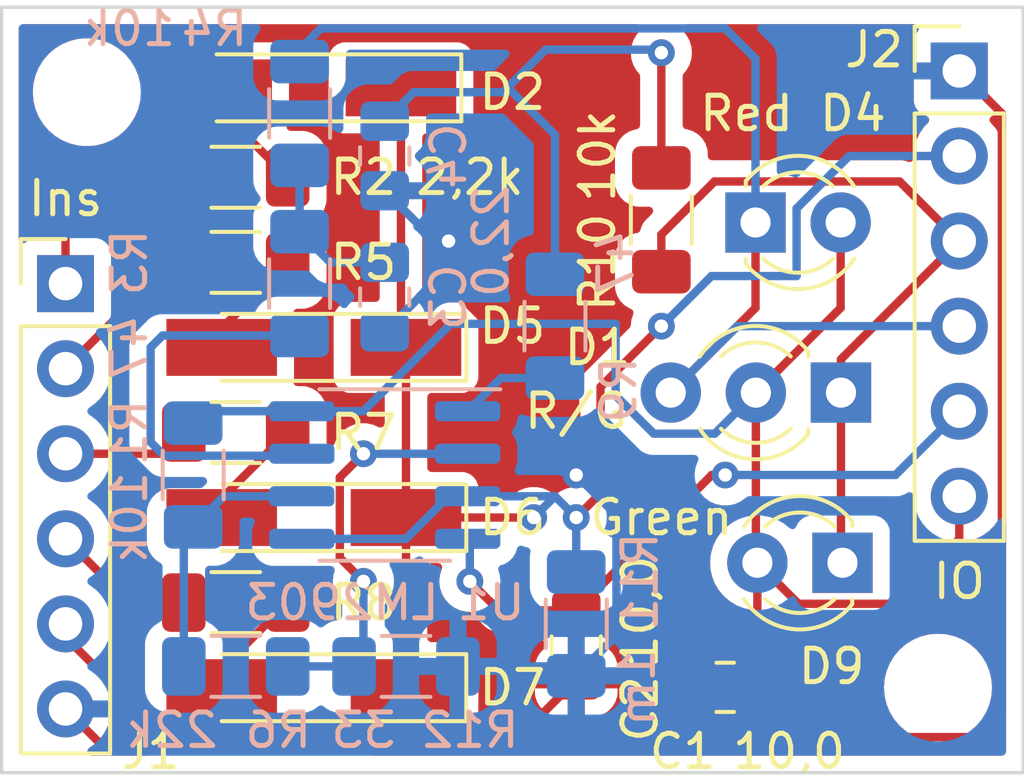
<source format=kicad_pcb>
(kicad_pcb (version 20211014) (generator pcbnew)
  (layers (0 "F.Cu" signal) (31 "B.Cu" signal) (34 "B.Paste" user) (35 "F.Paste" user) (36 "B.SilkS" user "B.Silkscreen") (37 "F.SilkS" user "F.Silkscreen") (38 "B.Mask" user) (39 "F.Mask" user) (44 "Edge.Cuts" user))
  (net 0 "")
  (net 1 "GND")
  (net 2 "Net-(C1-Pad2)")
  (net 3 "Net-(C2-Pad1)")
  (net 4 "Net-(C3-Pad1)")
  (net 5 "Net-(C4-Pad1)")
  (net 6 "Net-(D1-Pad1)")
  (net 7 "Net-(D1-Pad3)")
  (net 8 "Net-(D2-Pad1)")
  (net 9 "Net-(D2-Pad2)")
  (net 10 "Net-(R3-Pad2)")
  (net 11 "Net-(R9-Pad2)")
  (net 12 "Net-(D5-Pad2)")
  (net 13 "Net-(D6-Pad2)")
  (net 14 "Net-(D7-Pad2)")
  (net 15 "Net-(J1-Pad1)")
  (net 16 "Net-(J1-Pad2)")
  (net 17 "Net-(J1-Pad3)")
  (net 18 "Net-(J1-Pad4)")
  (net 19 "Net-(R1-Pad2)")
  (net 20 "Net-(R12-Pad1)")
  (footprint "Resistor_SMD:R_1206_3216Metric_Pad1.30x1.75mm_HandSolder" (layer "F.Cu") (at 107.95 40.64 -90)
    (fp_text reference "R10" (at 1.27 1.905 90) (layer "F.SilkS"))
    (fp_text value "10k" (at -1.905 1.905 90) (layer "F.SilkS"))
    (fp_line (start -0.727064 0.91) (end 0.727064 0.91) (layer "F.SilkS") (width 0.12))
    (fp_line (start -0.727064 -0.91) (end 0.727064 -0.91) (layer "F.SilkS") (width 0.12))
    (pad "1" smd roundrect (at -1.55 0 270) (size 1.3 1.75) (layers "F.Cu" "F.Paste" "F.Mask") (roundrect_rratio 0.192308) (net 5 "Net-(C4-Pad1)"))
    (pad "2" smd roundrect (at 1.55 0 270) (size 1.3 1.75) (layers "F.Cu" "F.Paste" "F.Mask") (roundrect_rratio 0.192308) (net 6 "Net-(D1-Pad1)"))
  )
  (footprint "Diode_SMD:D_MiniMELF_Handsoldering" (layer "F.Cu") (at 97.58 49.53 180)
    (fp_text reference "D6" (at -5.925 0) (layer "F.SilkS"))
    (fp_text value "D" hide)
    (fp_line (start 2.75 -1) (end -4.55 -1) (layer "F.SilkS") (width 0.12))
    (fp_line (start -4.55 1) (end 2.75 1) (layer "F.SilkS") (width 0.12))
    (fp_line (start -4.55 -1) (end -4.55 1) (layer "F.SilkS") (width 0.12))
    (pad "1" smd rect (at -2.75 0 180) (size 3.3 1.7) (layers "F.Cu" "F.Paste" "F.Mask") (net 8 "Net-(D2-Pad1)"))
    (pad "2" smd rect (at 2.75 0 180) (size 3.3 1.7) (layers "F.Cu" "F.Paste" "F.Mask") (net 13 "Net-(D6-Pad2)"))
  )
  (footprint "Resistor_SMD:R_1206_3216Metric_Pad1.30x1.75mm_HandSolder" (layer "F.Cu") (at 95.25 41.91 180)
    (fp_text reference "R5" (at -3.81 0) (layer "F.SilkS"))
    (fp_text value "2,2k")
    (fp_line (start -0.727064 -0.91) (end 0.727064 -0.91) (layer "F.SilkS") (width 0.12))
    (fp_line (start -0.727064 0.91) (end 0.727064 0.91) (layer "F.SilkS") (width 0.12))
    (pad "1" smd roundrect (at -1.55 0 180) (size 1.3 1.75) (layers "F.Cu" "F.Paste" "F.Mask") (roundrect_rratio 0.192308) (net 12 "Net-(D5-Pad2)"))
    (pad "2" smd roundrect (at 1.55 0 180) (size 1.3 1.75) (layers "F.Cu" "F.Paste" "F.Mask") (roundrect_rratio 0.192308) (net 16 "Net-(J1-Pad2)"))
  )
  (footprint "Diode_SMD:D_MiniMELF_Handsoldering" (layer "F.Cu") (at 97.43 36.7 180)
    (fp_text reference "D2" (at -6.075 -0.13) (layer "F.SilkS"))
    (fp_text value "D" hide)
    (fp_line (start -4.55 -1) (end -4.55 1) (layer "F.SilkS") (width 0.12))
    (fp_line (start 2.75 -1) (end -4.55 -1) (layer "F.SilkS") (width 0.12))
    (fp_line (start -4.55 1) (end 2.75 1) (layer "F.SilkS") (width 0.12))
    (pad "1" smd rect (at -2.75 0 180) (size 3.3 1.7) (layers "F.Cu" "F.Paste" "F.Mask") (net 8 "Net-(D2-Pad1)"))
    (pad "2" smd rect (at 2.75 0 180) (size 3.3 1.7) (layers "F.Cu" "F.Paste" "F.Mask") (net 9 "Net-(D2-Pad2)"))
  )
  (footprint "Diode_SMD:D_MiniMELF_Handsoldering" (layer "F.Cu") (at 97.58 54.61 180)
    (fp_text reference "D7" (at -5.925 0) (layer "F.SilkS"))
    (fp_text value "D" hide)
    (fp_line (start -4.55 1) (end 2.75 1) (layer "F.SilkS") (width 0.12))
    (fp_line (start -4.55 -1) (end -4.55 1) (layer "F.SilkS") (width 0.12))
    (fp_line (start 2.75 -1) (end -4.55 -1) (layer "F.SilkS") (width 0.12))
    (pad "1" smd rect (at -2.75 0 180) (size 3.3 1.7) (layers "F.Cu" "F.Paste" "F.Mask") (net 8 "Net-(D2-Pad1)"))
    (pad "2" smd rect (at 2.75 0 180) (size 3.3 1.7) (layers "F.Cu" "F.Paste" "F.Mask") (net 14 "Net-(D7-Pad2)"))
  )
  (footprint "Resistor_SMD:R_1206_3216Metric_Pad1.30x1.75mm_HandSolder" (layer "F.Cu") (at 95.25 46.99 180)
    (fp_text reference "R7" (at -3.81 0) (layer "F.SilkS"))
    (fp_text value "2,2k")
    (fp_line (start -0.727064 0.91) (end 0.727064 0.91) (layer "F.SilkS") (width 0.12))
    (fp_line (start -0.727064 -0.91) (end 0.727064 -0.91) (layer "F.SilkS") (width 0.12))
    (pad "1" smd roundrect (at -1.55 0 180) (size 1.3 1.75) (layers "F.Cu" "F.Paste" "F.Mask") (roundrect_rratio 0.192308) (net 13 "Net-(D6-Pad2)"))
    (pad "2" smd roundrect (at 1.55 0 180) (size 1.3 1.75) (layers "F.Cu" "F.Paste" "F.Mask") (roundrect_rratio 0.192308) (net 17 "Net-(J1-Pad3)"))
  )
  (footprint "LED_THT:LED_D3.0mm" (layer "F.Cu") (at 110.76 40.72)
    (fp_text reference "D4" (at 2.905 -3.255) (layer "F.SilkS"))
    (fp_text value "Red" (at -0.27 -3.255) (layer "F.SilkS"))
    (fp_line (start -0.29 1.08) (end -0.29 1.236) (layer "F.SilkS") (width 0.12))
    (fp_line (start -0.29 -1.236) (end -0.29 -1.08) (layer "F.SilkS") (width 0.12))
    (fp_arc (start -0.29 -1.235516) (mid 1.366487 -1.987659) (end 2.942335 -1.078608) (layer "F.SilkS") (width 0.12))
    (fp_arc (start 2.942335 1.078608) (mid 1.366487 1.987659) (end -0.29 1.235516) (layer "F.SilkS") (width 0.12))
    (fp_arc (start 0.229039 -1.08) (mid 1.270117 -1.5) (end 2.31113 -1.079837) (layer "F.SilkS") (width 0.12))
    (fp_arc (start 2.31113 1.079837) (mid 1.270117 1.5) (end 0.229039 1.08) (layer "F.SilkS") (width 0.12))
    (pad "1" thru_hole rect (at 0 0) (size 1.8 1.8) (drill 0.9) (layers *.Cu *.Mask) (net 7 "Net-(D1-Pad3)"))
    (pad "2" thru_hole circle (at 2.54 0) (size 1.8 1.8) (drill 0.9) (layers *.Cu *.Mask) (net 2 "Net-(C1-Pad2)"))
  )
  (footprint "Capacitor_SMD:C_0805_2012Metric_Pad1.18x1.45mm_HandSolder" (layer "F.Cu") (at 105.41 53.34 -90)
    (fp_text reference "C2" (at 1.905 -1.905 90) (layer "F.SilkS"))
    (fp_text value "10,0" (at -1 -1.905 90) (layer "F.SilkS"))
    (fp_line (start -0.261252 -0.735) (end 0.261252 -0.735) (layer "F.SilkS") (width 0.12))
    (fp_line (start -0.261252 0.735) (end 0.261252 0.735) (layer "F.SilkS") (width 0.12))
    (pad "1" smd roundrect (at -1.0375 0 270) (size 1.175 1.45) (layers "F.Cu" "F.Paste" "F.Mask") (roundrect_rratio 0.212766) (net 3 "Net-(C2-Pad1)"))
    (pad "2" smd roundrect (at 1.0375 0 270) (size 1.175 1.45) (layers "F.Cu" "F.Paste" "F.Mask") (roundrect_rratio 0.212766) (net 1 "GND"))
  )
  (footprint "Resistor_SMD:R_1206_3216Metric_Pad1.30x1.75mm_HandSolder" (layer "F.Cu") (at 95.25 52.07 180)
    (fp_text reference "R8" (at -3.81 0) (layer "F.SilkS"))
    (fp_text value "2,2k")
    (fp_line (start -0.727064 0.91) (end 0.727064 0.91) (layer "F.SilkS") (width 0.12))
    (fp_line (start -0.727064 -0.91) (end 0.727064 -0.91) (layer "F.SilkS") (width 0.12))
    (pad "1" smd roundrect (at -1.55 0 180) (size 1.3 1.75) (layers "F.Cu" "F.Paste" "F.Mask") (roundrect_rratio 0.192308) (net 14 "Net-(D7-Pad2)"))
    (pad "2" smd roundrect (at 1.55 0 180) (size 1.3 1.75) (layers "F.Cu" "F.Paste" "F.Mask") (roundrect_rratio 0.192308) (net 18 "Net-(J1-Pad4)"))
  )
  (footprint "MountingHole:MountingHole_2.2mm_M2" (layer "F.Cu") (at 116.205 54.61)
    (fp_text reference "H2" hide)
    (fp_text value "MountingHole" hide)
    (pad "" np_thru_hole circle (at 0 0) (size 2.2 2.2) (drill 2.2) (layers *.Cu *.Mask))
  )
  (footprint "Connector_PinHeader_2.54mm:PinHeader_1x06_P2.54mm_Vertical" (layer "F.Cu") (at 116.84 36.195)
    (fp_text reference "J2" (at -2.54 -0.635) (layer "F.SilkS"))
    (fp_text value "IO" (at 0 15.24) (layer "F.SilkS"))
    (fp_line (start -1.33 14.03) (end 1.33 14.03) (layer "F.SilkS") (width 0.12))
    (fp_line (start -1.33 0) (end -1.33 -1.33) (layer "F.SilkS") (width 0.12))
    (fp_line (start -1.33 1.27) (end -1.33 14.03) (layer "F.SilkS") (width 0.12))
    (fp_line (start 1.33 1.27) (end 1.33 14.03) (layer "F.SilkS") (width 0.12))
    (fp_line (start -1.33 1.27) (end 1.33 1.27) (layer "F.SilkS") (width 0.12))
    (fp_line (start -1.33 -1.33) (end 0 -1.33) (layer "F.SilkS") (width 0.12))
    (pad "1" thru_hole rect (at 0 0) (size 1.7 1.7) (drill 1) (layers *.Cu *.Mask) (net 1 "GND"))
    (pad "2" thru_hole oval (at 0 2.54) (size 1.7 1.7) (drill 1) (layers *.Cu *.Mask) (net 8 "Net-(D2-Pad1)"))
    (pad "3" thru_hole oval (at 0 5.08) (size 1.7 1.7) (drill 1) (layers *.Cu *.Mask) (net 6 "Net-(D1-Pad1)"))
    (pad "4" thru_hole oval (at 0 7.62) (size 1.7 1.7) (drill 1) (layers *.Cu *.Mask) (net 7 "Net-(D1-Pad3)"))
    (pad "5" thru_hole oval (at 0 10.16) (size 1.7 1.7) (drill 1) (layers *.Cu *.Mask) (net 3 "Net-(C2-Pad1)"))
    (pad "6" thru_hole oval (at 0 12.7) (size 1.7 1.7) (drill 1) (layers *.Cu *.Mask) (net 2 "Net-(C1-Pad2)"))
  )
  (footprint "Diode_SMD:D_MiniMELF_Handsoldering" (layer "F.Cu") (at 97.58 44.45 180)
    (fp_text reference "D5" (at -5.925 0.635) (layer "F.SilkS"))
    (fp_text value "D" hide)
    (fp_line (start 2.75 -1) (end -4.55 -1) (layer "F.SilkS") (width 0.12))
    (fp_line (start -4.55 1) (end 2.75 1) (layer "F.SilkS") (width 0.12))
    (fp_line (start -4.55 -1) (end -4.55 1) (layer "F.SilkS") (width 0.12))
    (pad "1" smd rect (at -2.75 0 180) (size 3.3 1.7) (layers "F.Cu" "F.Paste" "F.Mask") (net 8 "Net-(D2-Pad1)"))
    (pad "2" smd rect (at 2.75 0 180) (size 3.3 1.7) (layers "F.Cu" "F.Paste" "F.Mask") (net 12 "Net-(D5-Pad2)"))
  )
  (footprint "Capacitor_SMD:C_0805_2012Metric_Pad1.18x1.45mm_HandSolder" (layer "F.Cu") (at 109.855 54.6)
    (fp_text reference "C1" (at -1.27 1.915) (layer "F.SilkS"))
    (fp_text value "10,0" (at 1.905 1.915) (layer "F.SilkS"))
    (fp_line (start -0.261252 0.735) (end 0.261252 0.735) (layer "F.SilkS") (width 0.12))
    (fp_line (start -0.261252 -0.735) (end 0.261252 -0.735) (layer "F.SilkS") (width 0.12))
    (pad "1" smd roundrect (at -1.0375 0) (size 1.175 1.45) (layers "F.Cu" "F.Paste" "F.Mask") (roundrect_rratio 0.212766) (net 1 "GND"))
    (pad "2" smd roundrect (at 1.0375 0) (size 1.175 1.45) (layers "F.Cu" "F.Paste" "F.Mask") (roundrect_rratio 0.212766) (net 2 "Net-(C1-Pad2)"))
  )
  (footprint "Connector_PinHeader_2.54mm:PinHeader_1x06_P2.54mm_Vertical" (layer "F.Cu") (at 90.17 42.545)
    (fp_text reference "J1" (at 2.54 13.97) (layer "F.SilkS"))
    (fp_text value "Ins" (at 0 -2.54) (layer "F.SilkS"))
    (fp_line (start -1.33 -1.33) (end 0 -1.33) (layer "F.SilkS") (width 0.12))
    (fp_line (start -1.33 14.03) (end 1.33 14.03) (layer "F.SilkS") (width 0.12))
    (fp_line (start -1.33 1.27) (end -1.33 14.03) (layer "F.SilkS") (width 0.12))
    (fp_line (start -1.33 0) (end -1.33 -1.33) (layer "F.SilkS") (width 0.12))
    (fp_line (start 1.33 1.27) (end 1.33 14.03) (layer "F.SilkS") (width 0.12))
    (fp_line (start -1.33 1.27) (end 1.33 1.27) (layer "F.SilkS") (width 0.12))
    (pad "1" thru_hole rect (at 0 0) (size 1.7 1.7) (drill 1) (layers *.Cu *.Mask) (net 15 "Net-(J1-Pad1)"))
    (pad "2" thru_hole oval (at 0 2.54) (size 1.7 1.7) (drill 1) (layers *.Cu *.Mask) (net 16 "Net-(J1-Pad2)"))
    (pad "3" thru_hole oval (at 0 5.08) (size 1.7 1.7) (drill 1) (layers *.Cu *.Mask) (net 17 "Net-(J1-Pad3)"))
    (pad "4" thru_hole oval (at 0 7.62) (size 1.7 1.7) (drill 1) (layers *.Cu *.Mask) (net 18 "Net-(J1-Pad4)"))
    (pad "5" thru_hole oval (at 0 10.16) (size 1.7 1.7) (drill 1) (layers *.Cu *.Mask) (net 8 "Net-(D2-Pad1)"))
    (pad "6" thru_hole oval (at 0 12.7) (size 1.7 1.7) (drill 1) (layers *.Cu *.Mask) (net 1 "GND"))
  )
  (footprint "LED_THT:LED_D3.0mm-3" (layer "F.Cu") (at 113.31 45.8 180)
    (fp_text reference "D1" (at 7.265 1.35) (layer "F.SilkS"))
    (fp_text value "R/G" (at 7.9 -0.555) (layer "F.SilkS"))
    (fp_line (start 0.98 1.08) (end 0.98 1.236) (layer "F.SilkS") (width 0.12))
    (fp_line (start 0.98 -1.236) (end 0.98 -1.08) (layer "F.SilkS") (width 0.12))
    (fp_arc (start 3.58113 1.079837) (mid 2.540117 1.5) (end 1.499039 1.08) (layer "F.SilkS") (width 0.12))
    (fp_arc (start 1.499039 -1.08) (mid 2.540117 -1.5) (end 3.58113 -1.079837) (layer "F.SilkS") (width 0.12))
    (fp_arc (start 4.212335 1.078608) (mid 2.636487 1.987659) (end 0.98 1.235516) (layer "F.SilkS") (width 0.12))
    (fp_arc (start 0.98 -1.235516) (mid 2.636487 -1.987659) (end 4.212335 -1.078608) (layer "F.SilkS") (width 0.12))
    (pad "1" thru_hole rect (at 0 0 180) (size 1.8 1.8) (drill 0.9) (layers *.Cu *.Mask) (net 6 "Net-(D1-Pad1)"))
    (pad "2" thru_hole circle (at 2.54 0 180) (size 1.8 1.8) (drill 0.9) (layers *.Cu *.Mask) (net 2 "Net-(C1-Pad2)"))
    (pad "3" thru_hole circle (at 5.08 0 180) (size 1.8 1.8) (drill 0.9) (layers *.Cu *.Mask) (net 7 "Net-(D1-Pad3)"))
  )
  (footprint "Resistor_SMD:R_1206_3216Metric_Pad1.30x1.75mm_HandSolder" (layer "F.Cu") (at 95.25 39.37 180)
    (fp_text reference "R2" (at -3.81 0) (layer "F.SilkS"))
    (fp_text value "2,2k" (at -6.985 0) (layer "F.SilkS"))
    (fp_line (start -0.727064 0.91) (end 0.727064 0.91) (layer "F.SilkS") (width 0.12))
    (fp_line (start -0.727064 -0.91) (end 0.727064 -0.91) (layer "F.SilkS") (width 0.12))
    (pad "1" smd roundrect (at -1.55 0 180) (size 1.3 1.75) (layers "F.Cu" "F.Paste" "F.Mask") (roundrect_rratio 0.192308) (net 9 "Net-(D2-Pad2)"))
    (pad "2" smd roundrect (at 1.55 0 180) (size 1.3 1.75) (layers "F.Cu" "F.Paste" "F.Mask") (roundrect_rratio 0.192308) (net 15 "Net-(J1-Pad1)"))
  )
  (footprint "MountingHole:MountingHole_2.2mm_M2" (layer "F.Cu") (at 90.805 36.83)
    (fp_text reference "H1" hide)
    (fp_text value "MountingHole" hide)
    (pad "" np_thru_hole circle (at 0 0) (size 2.2 2.2) (drill 2.2) (layers *.Cu *.Mask))
  )
  (footprint "LED_THT:LED_D3.0mm" (layer "F.Cu") (at 113.355 50.88 180)
    (fp_text reference "D9" (at 0.325 -3.095) (layer "F.SilkS"))
    (fp_text value "Green" (at 5.405 1.35) (layer "F.SilkS"))
    (fp_line (start -0.29 1.08) (end -0.29 1.236) (layer "F.SilkS") (width 0.12))
    (fp_line (start -0.29 -1.236) (end -0.29 -1.08) (layer "F.SilkS") (width 0.12))
    (fp_arc (start 2.31113 1.079837) (mid 1.270117 1.5) (end 0.229039 1.08) (layer "F.SilkS") (width 0.12))
    (fp_arc (start -0.29 -1.235516) (mid 1.366487 -1.987659) (end 2.942335 -1.078608) (layer "F.SilkS") (width 0.12))
    (fp_arc (start 0.229039 -1.08) (mid 1.270117 -1.5) (end 2.31113 -1.079837) (layer "F.SilkS") (width 0.12))
    (fp_arc (start 2.942335 1.078608) (mid 1.366487 1.987659) (end -0.29 1.235516) (layer "F.SilkS") (width 0.12))
    (pad "1" thru_hole rect (at 0 0 180) (size 1.8 1.8) (drill 0.9) (layers *.Cu *.Mask) (net 6 "Net-(D1-Pad1)"))
    (pad "2" thru_hole circle (at 2.54 0 180) (size 1.8 1.8) (drill 0.9) (layers *.Cu *.Mask) (net 2 "Net-(C1-Pad2)"))
  )
  (footprint "Capacitor_SMD:C_0805_2012Metric_Pad1.18x1.45mm_HandSolder" (layer "B.Cu") (at 99.695 42.9475 -90)
    (fp_text reference "C3" (at 0 -1.905 90) (layer "B.SilkS") (effects (justify mirror)))
    (fp_text value "22,0" (at -1.6725 -3.175 90) (layer "B.SilkS") (effects (justify mirror)))
    (fp_line (start -0.261252 0.735) (end 0.261252 0.735) (layer "B.SilkS") (width 0.12))
    (fp_line (start -0.261252 -0.735) (end 0.261252 -0.735) (layer "B.SilkS") (width 0.12))
    (pad "1" smd roundrect (at -1.0375 0 270) (size 1.175 1.45) (layers "B.Cu" "B.Paste" "B.Mask") (roundrect_rratio 0.212766) (net 4 "Net-(C3-Pad1)"))
    (pad "2" smd roundrect (at 1.0375 0 270) (size 1.175 1.45) (layers "B.Cu" "B.Paste" "B.Mask") (roundrect_rratio 0.212766) (net 1 "GND"))
  )
  (footprint "Resistor_SMD:R_1206_3216Metric_Pad1.30x1.75mm_HandSolder" (layer "B.Cu") (at 93.98 48.26 -90)
    (fp_text reference "R1" (at -1.27 1.905 -90) (layer "B.SilkS") (effects (justify mirror)))
    (fp_text value "10k" (at 1.27 1.905 90) (layer "B.SilkS") (effects (justify mirror)))
    (fp_line (start -0.727064 0.91) (end 0.727064 0.91) (layer "B.SilkS") (width 0.12))
    (fp_line (start -0.727064 -0.91) (end 0.727064 -0.91) (layer "B.SilkS") (width 0.12))
    (pad "1" smd roundrect (at -1.55 0 270) (size 1.3 1.75) (layers "B.Cu" "B.Paste" "B.Mask") (roundrect_rratio 0.192308) (net 2 "Net-(C1-Pad2)"))
    (pad "2" smd roundrect (at 1.55 0 270) (size 1.3 1.75) (layers "B.Cu" "B.Paste" "B.Mask") (roundrect_rratio 0.192308) (net 19 "Net-(R1-Pad2)"))
  )
  (footprint "Resistor_SMD:R_1206_3216Metric_Pad1.30x1.75mm_HandSolder" (layer "B.Cu") (at 100.33 53.975)
    (fp_text reference "R12" (at 1.905 1.905) (layer "B.SilkS") (effects (justify mirror)))
    (fp_text value "33" (at -1.27 1.905) (layer "B.SilkS") (effects (justify mirror)))
    (fp_line (start -0.727064 0.91) (end 0.727064 0.91) (layer "B.SilkS") (width 0.12))
    (fp_line (start -0.727064 -0.91) (end 0.727064 -0.91) (layer "B.SilkS") (width 0.12))
    (pad "1" smd roundrect (at -1.55 0) (size 1.3 1.75) (layers "B.Cu" "B.Paste" "B.Mask") (roundrect_rratio 0.192308) (net 20 "Net-(R12-Pad1)"))
    (pad "2" smd roundrect (at 1.55 0) (size 1.3 1.75) (layers "B.Cu" "B.Paste" "B.Mask") (roundrect_rratio 0.192308) (net 1 "GND"))
  )
  (footprint "Package_SO:SOIC-8_3.9x4.9mm_P1.27mm" (layer "B.Cu") (at 99.695 48.26 180)
    (fp_text reference "U1" (at -3.175 -3.81) (layer "B.SilkS") (effects (justify mirror)))
    (fp_text value "LM2903" (at 1.27 -3.81) (layer "B.SilkS") (effects (justify mirror)))
    (fp_line (start 0 -2.56) (end 1.95 -2.56) (layer "B.SilkS") (width 0.12))
    (fp_line (start 0 2.56) (end -3.45 2.56) (layer "B.SilkS") (width 0.12))
    (fp_line (start 0 2.56) (end 1.95 2.56) (layer "B.SilkS") (width 0.12))
    (fp_line (start 0 -2.56) (end -1.95 -2.56) (layer "B.SilkS") (width 0.12))
    (pad "1" smd roundrect (at -2.475 1.905 180) (size 1.95 0.6) (layers "B.Cu" "B.Paste" "B.Mask") (net 11 "Net-(R9-Pad2)"))
    (pad "2" smd roundrect (at -2.475 0.635 180) (size 1.95 0.6) (layers "B.Cu" "B.Paste" "B.Mask") (net 20 "Net-(R12-Pad1)"))
    (pad "3" smd roundrect (at -2.475 -0.635 180) (size 1.95 0.6) (layers "B.Cu" "B.Paste" "B.Mask") (net 8 "Net-(D2-Pad1)"))
    (pad "4" smd roundrect (at -2.475 -1.905 180) (size 1.95 0.6) (layers "B.Cu" "B.Paste" "B.Mask") (net 3 "Net-(C2-Pad1)"))
    (pad "5" smd roundrect (at 2.475 -1.905 180) (size 1.95 0.6) (layers "B.Cu" "B.Paste" "B.Mask") (net 8 "Net-(D2-Pad1)"))
    (pad "6" smd roundrect (at 2.475 -0.635 180) (size 1.95 0.6) (layers "B.Cu" "B.Paste" "B.Mask") (net 19 "Net-(R1-Pad2)"))
    (pad "7" smd roundrect (at 2.475 0.635 180) (size 1.95 0.6) (layers "B.Cu" "B.Paste" "B.Mask") (net 10 "Net-(R3-Pad2)"))
    (pad "8" smd roundrect (at 2.475 1.905 180) (size 1.95 0.6) (layers "B.Cu" "B.Paste" "B.Mask") (net 2 "Net-(C1-Pad2)"))
  )
  (footprint "Resistor_SMD:R_1206_3216Metric_Pad1.30x1.75mm_HandSolder" (layer "B.Cu") (at 97.155 37.465 90)
    (fp_text reference "R4" (at 2.54 -2.54 180) (layer "B.SilkS") (effects (justify mirror)))
    (fp_text value "10k" (at 2.54 -5.08 180) (layer "B.SilkS") (effects (justify mirror)))
    (fp_line (start -0.727064 0.91) (end 0.727064 0.91) (layer "B.SilkS") (width 0.12))
    (fp_line (start -0.727064 -0.91) (end 0.727064 -0.91) (layer "B.SilkS") (width 0.12))
    (pad "1" smd roundrect (at -1.55 0 90) (size 1.3 1.75) (layers "B.Cu" "B.Paste" "B.Mask") (roundrect_rratio 0.192308) (net 4 "Net-(C3-Pad1)"))
    (pad "2" smd roundrect (at 1.55 0 90) (size 1.3 1.75) (layers "B.Cu" "B.Paste" "B.Mask") (roundrect_rratio 0.192308) (net 7 "Net-(D1-Pad3)"))
  )
  (footprint "Capacitor_SMD:C_0805_2012Metric_Pad1.18x1.45mm_HandSolder" (layer "B.Cu") (at 99.695 38.735 -90)
    (fp_text reference "C4" (at 0 -1.905 90) (layer "B.SilkS") (effects (justify mirror)))
    (fp_text value "22,0")
    (fp_line (start -0.261252 0.735) (end 0.261252 0.735) (layer "B.SilkS") (width 0.12))
    (fp_line (start -0.261252 -0.735) (end 0.261252 -0.735) (layer "B.SilkS") (width 0.12))
    (pad "1" smd roundrect (at -1.0375 0 270) (size 1.175 1.45) (layers "B.Cu" "B.Paste" "B.Mask") (roundrect_rratio 0.212766) (net 5 "Net-(C4-Pad1)"))
    (pad "2" smd roundrect (at 1.0375 0 270) (size 1.175 1.45) (layers "B.Cu" "B.Paste" "B.Mask") (roundrect_rratio 0.212766) (net 1 "GND"))
  )
  (footprint "Resistor_SMD:R_1206_3216Metric_Pad1.30x1.75mm_HandSolder" (layer "B.Cu") (at 105.41 52.705 -90)
    (fp_text reference "R11" (at -1.27 -1.905 90) (layer "B.SilkS") (effects (justify mirror)))
    (fp_text value "1m" (at 1.905 -1.82 90) (layer "B.SilkS") (effects (justify mirror)))
    (fp_line (start -0.727064 0.91) (end 0.727064 0.91) (layer "B.SilkS") (width 0.12))
    (fp_line (start -0.727064 -0.91) (end 0.727064 -0.91) (layer "B.SilkS") (width 0.12))
    (pad "1" smd roundrect (at -1.55 0 270) (size 1.3 1.75) (layers "B.Cu" "B.Paste" "B.Mask") (roundrect_rratio 0.192308) (net 8 "Net-(D2-Pad1)"))
    (pad "2" smd roundrect (at 1.55 0 270) (size 1.3 1.75) (layers "B.Cu" "B.Paste" "B.Mask") (roundrect_rratio 0.192308) (net 1 "GND"))
  )
  (footprint "Resistor_SMD:R_1206_3216Metric_Pad1.30x1.75mm_HandSolder" (layer "B.Cu") (at 95.25 53.975)
    (fp_text reference "R6" (at 1.27 1.905) (layer "B.SilkS") (effects (justify mirror)))
    (fp_text value "22k" (at -1.905 1.905) (layer "B.SilkS") (effects (justify mirror)))
    (fp_line (start -0.727064 -0.91) (end 0.727064 -0.91) (layer "B.SilkS") (width 0.12))
    (fp_line (start -0.727064 0.91) (end 0.727064 0.91) (layer "B.SilkS") (width 0.12))
    (pad "1" smd roundrect (at -1.55 0) (size 1.3 1.75) (layers "B.Cu" "B.Paste" "B.Mask") (roundrect_rratio 0.192308) (net 19 "Net-(R1-Pad2)"))
    (pad "2" smd roundrect (at 1.55 0) (size 1.3 1.75) (layers "B.Cu" "B.Paste" "B.Mask") (roundrect_rratio 0.192308) (net 20 "Net-(R12-Pad1)"))
  )
  (footprint "Resistor_SMD:R_1206_3216Metric_Pad1.30x1.75mm_HandSolder" (layer "B.Cu") (at 104.775 43.815 -90)
    (fp_text reference "R9" (at 1.905 -1.905 90) (layer "B.SilkS") (effects (justify mirror)))
    (fp_text value "47" (at -1.905 -1.82 90) (layer "B.SilkS") (effects (justify mirror)))
    (fp_line (start -0.727064 -0.91) (end 0.727064 -0.91) (layer "B.SilkS") (width 0.12))
    (fp_line (start -0.727064 0.91) (end 0.727064 0.91) (layer "B.SilkS") (width 0.12))
    (pad "1" smd roundrect (at -1.55 0 270) (size 1.3 1.75) (layers "B.Cu" "B.Paste" "B.Mask") (roundrect_rratio 0.192308) (net 5 "Net-(C4-Pad1)"))
    (pad "2" smd roundrect (at 1.55 0 270) (size 1.3 1.75) (layers "B.Cu" "B.Paste" "B.Mask") (roundrect_rratio 0.192308) (net 11 "Net-(R9-Pad2)"))
  )
  (footprint "Resistor_SMD:R_1206_3216Metric_Pad1.30x1.75mm_HandSolder" (layer "B.Cu") (at 97.155 42.545 -90)
    (fp_text reference "R3" (at -0.635 5.08 90) (layer "B.SilkS") (effects (justify mirror)))
    (fp_text value "47" (at 1.905 5.08 90) (layer "B.SilkS") (effects (justify mirror)))
    (fp_line (start -0.727064 0.91) (end 0.727064 0.91) (layer "B.SilkS") (width 0.12))
    (fp_line (start -0.727064 -0.91) (end 0.727064 -0.91) (layer "B.SilkS") (width 0.12))
    (pad "1" smd roundrect (at -1.55 0 270) (size 1.3 1.75) (layers "B.Cu" "B.Paste" "B.Mask") (roundrect_rratio 0.192308) (net 4 "Net-(C3-Pad1)"))
    (pad "2" smd roundrect (at 1.55 0 270) (size 1.3 1.75) (layers "B.Cu" "B.Paste" "B.Mask") (roundrect_rratio 0.192308) (net 10 "Net-(R3-Pad2)"))
  )
  (gr_rect (start 88.265 34.29) (end 118.745 57.15) (layer "Edge.Cuts") (width 0.1) (fill none))
  (segment (start 117.269999 56.085001) (end 118.11 55.245) (width 0.25) (layer "F.Cu") (net 1))
  (segment (start 103.5525 56.235) (end 105.41 54.3775) (width 0.25) (layer "F.Cu") (net 1))
  (segment (start 91.16 56.235) (end 103.5525 56.235) (width 0.25) (layer "F.Cu") (net 1))
  (segment (start 110.302501 56.085001) (end 117.269999 56.085001) (width 0.25) (layer "F.Cu") (net 1))
  (segment (start 108.8175 54.6) (end 110.302501 56.085001) (width 0.25) (layer "F.Cu") (net 1))
  (segment (start 105.41 46.38) (end 101.6 42.57) (width 0.25) (layer "F.Cu") (net 1))
  (segment (start 118.11 55.245) (end 118.11 37.465) (width 0.25) (layer "F.Cu") (net 1))
  (segment (start 118.11 37.465) (end 116.84 36.195) (width 0.25) (layer "F.Cu") (net 1))
  (segment (start 105.41 48.26) (end 105.41 46.38) (width 0.25) (layer "F.Cu") (net 1))
  (segment (start 90.17 55.245) (end 91.16 56.235) (width 0.25) (layer "F.Cu") (net 1))
  (segment (start 108.595 54.3775) (end 108.8175 54.6) (width 0.25) (layer "F.Cu") (net 1))
  (segment (start 105.41 54.3775) (end 108.595 54.3775) (width 0.25) (layer "F.Cu") (net 1))
  (segment (start 101.6 42.57) (end 101.6 41.275) (width 0.25) (layer "F.Cu") (net 1))
  (via (at 105.41 48.26) (size 0.8) (drill 0.4) (layers "F.Cu" "B.Cu") (net 1))
  (via (at 101.6 41.275) (size 0.8) (drill 0.4) (layers "F.Cu" "B.Cu") (net 1))
  (segment (start 105.41 54.255) (end 106.61 53.055) (width 0.25) (layer "B.Cu") (net 1))
  (segment (start 100.965 41.0425) (end 100.965 41.275) (width 0.25) (layer "B.Cu") (net 1))
  (segment (start 100.965 42.715) (end 99.695 43.985) (width 0.25) (layer "B.Cu") (net 1))
  (segment (start 106.61 49.46) (end 105.41 48.26) (width 0.25) (layer "B.Cu") (net 1))
  (segment (start 101.6 41.275) (end 100.965 41.275) (width 0.25) (layer "B.Cu") (net 1))
  (segment (start 100.965 41.275) (end 100.965 42.715) (width 0.25) (layer "B.Cu") (net 1))
  (segment (start 101.88 53.975) (end 105.13 53.975) (width 0.25) (layer "B.Cu") (net 1))
  (segment (start 106.61 53.055) (end 106.61 49.46) (width 0.25) (layer "B.Cu") (net 1))
  (segment (start 99.695 39.7725) (end 100.965 41.0425) (width 0.25) (layer "B.Cu") (net 1))
  (segment (start 105.13 53.975) (end 105.41 54.255) (width 0.25) (layer "B.Cu") (net 1))
  (segment (start 110.815 54.5225) (end 110.815 50.88) (width 0.25) (layer "F.Cu") (net 2))
  (segment (start 112.04 52.105) (end 114.9 52.105) (width 0.25) (layer "F.Cu") (net 2))
  (segment (start 110.815 50.88) (end 112.04 52.105) (width 0.25) (layer "F.Cu") (net 2))
  (segment (start 113.3 43.27) (end 110.77 45.8) (width 0.25) (layer "F.Cu") (net 2))
  (segment (start 110.77 45.8) (end 110.77 50.835) (width 0.25) (layer "F.Cu") (net 2))
  (segment (start 110.77 50.835) (end 110.815 50.88) (width 0.25) (layer "F.Cu") (net 2))
  (segment (start 116.84 50.165) (end 116.84 48.895) (width 0.25) (layer "F.Cu") (net 2))
  (segment (start 114.9 52.105) (end 116.84 50.165) (width 0.25) (layer "F.Cu") (net 2))
  (segment (start 113.3 40.72) (end 113.3 43.27) (width 0.25) (layer "F.Cu") (net 2))
  (segment (start 110.8925 54.6) (end 110.815 54.5225) (width 0.25) (layer "F.Cu") (net 2))
  (segment (start 106.585 43.745) (end 101.67 43.745) (width 0.25) (layer "B.Cu") (net 2))
  (segment (start 107.722588 47.025) (end 106.585 45.887412) (width 0.25) (layer "B.Cu") (net 2))
  (segment (start 99.06 46.355) (end 97.22 46.355) (width 0.25) (layer "B.Cu") (net 2))
  (segment (start 109.545 47.025) (end 107.722588 47.025) (width 0.25) (layer "B.Cu") (net 2))
  (segment (start 110.77 45.8) (end 109.545 47.025) (width 0.25) (layer "B.Cu") (net 2))
  (segment (start 94.335 46.355) (end 93.98 46.71) (width 0.25) (layer "B.Cu") (net 2))
  (segment (start 97.22 46.355) (end 94.335 46.355) (width 0.25) (layer "B.Cu") (net 2))
  (segment (start 101.67 43.745) (end 99.06 46.355) (width 0.25) (layer "B.Cu") (net 2))
  (segment (start 106.585 45.887412) (end 106.585 43.745) (width 0.25) (layer "B.Cu") (net 2))
  (segment (start 105.41 52.3025) (end 109.4525 48.26) (width 0.25) (layer "F.Cu") (net 3))
  (segment (start 109.4525 48.26) (end 109.855 48.26) (width 0.25) (layer "F.Cu") (net 3))
  (segment (start 105.41 52.3025) (end 103.1025 52.3025) (width 0.25) (layer "F.Cu") (net 3))
  (segment (start 103.1025 52.3025) (end 102.235 51.435) (width 0.25) (layer "F.Cu") (net 3))
  (via (at 102.235 51.435) (size 0.8) (drill 0.4) (layers "F.Cu" "B.Cu") (net 3))
  (via (at 109.855 48.26) (size 0.8) (drill 0.4) (layers "F.Cu" "B.Cu") (net 3))
  (segment (start 102.235 51.435) (end 102.235 50.23) (width 0.25) (layer "B.Cu") (net 3))
  (segment (start 109.855 48.26) (end 114.935 48.26) (width 0.25) (layer "B.Cu") (net 3))
  (segment (start 114.935 48.26) (end 116.84 46.355) (width 0.25) (layer "B.Cu") (net 3))
  (segment (start 102.235 50.23) (end 102.17 50.165) (width 0.25) (layer "B.Cu") (net 3))
  (segment (start 98.07 41.91) (end 97.155 40.995) (width 0.25) (layer "B.Cu") (net 4))
  (segment (start 97.155 39.015) (end 97.155 40.995) (width 0.25) (layer "B.Cu") (net 4))
  (segment (start 99.695 41.91) (end 98.07 41.91) (width 0.25) (layer "B.Cu") (net 4))
  (segment (start 107.95 39.09) (end 107.95 35.6495) (width 0.25) (layer "F.Cu") (net 5))
  (via (at 107.95 35.6495) (size 0.8) (drill 0.4) (layers "F.Cu" "B.Cu") (net 5))
  (segment (start 103.225 36.83) (end 100.5625 36.83) (width 0.25) (layer "B.Cu") (net 5))
  (segment (start 103.365 36.69) (end 104.495 35.56) (width 0.25) (layer "B.Cu") (net 5))
  (segment (start 105.41 35.56) (end 107.95 35.56) (width 0.25) (layer "B.Cu") (net 5))
  (segment (start 103.225 36.83) (end 103.365 36.69) (width 0.25) (layer "B.Cu") (net 5))
  (segment (start 107.95 35.56) (end 107.95 35.6495) (width 0.25) (layer "B.Cu") (net 5))
  (segment (start 104.495 35.56) (end 105.41 35.56) (width 0.25) (layer "B.Cu") (net 5))
  (segment (start 104.775 42.265) (end 104.775 38.1) (width 0.25) (layer "B.Cu") (net 5))
  (segment (start 100.5625 36.83) (end 99.695 37.6975) (width 0.25) (layer "B.Cu") (net 5))
  (segment (start 104.775 38.1) (end 103.365 36.69) (width 0.25) (layer "B.Cu") (net 5))
  (segment (start 113.31 45.8) (end 113.31 44.805) (width 0.25) (layer "F.Cu") (net 6))
  (segment (start 113.31 50.835) (end 113.355 50.88) (width 0.25) (layer "F.Cu") (net 6))
  (segment (start 113.31 45.8) (end 113.31 50.835) (width 0.25) (layer "F.Cu") (net 6))
  (segment (start 107.95 42.19) (end 107.95 41.08) (width 0.25) (layer "F.Cu") (net 6))
  (segment (start 109.535 39.495) (end 115.06 39.495) (width 0.25) (layer "F.Cu") (net 6))
  (segment (start 107.95 41.08) (end 109.535 39.495) (width 0.25) (layer "F.Cu") (net 6))
  (segment (start 113.31 44.805) (end 116.84 41.275) (width 0.25) (layer "F.Cu") (net 6))
  (segment (start 115.06 39.495) (end 116.84 41.275) (width 0.25) (layer "F.Cu") (net 6))
  (segment (start 110.76 40.72) (end 110.76 43.27) (width 0.25) (layer "F.Cu") (net 7))
  (segment (start 110.76 43.27) (end 108.23 45.8) (width 0.25) (layer "F.Cu") (net 7))
  (segment (start 97.155 35.56) (end 97.79 34.925) (width 0.25) (layer "B.Cu") (net 7))
  (segment (start 97.155 35.915) (end 97.155 35.56) (width 0.25) (layer "B.Cu") (net 7))
  (segment (start 110.76 35.83) (end 110.76 40.72) (width 0.25) (layer "B.Cu") (net 7))
  (segment (start 110.215 43.815) (end 108.23 45.8) (width 0.25) (layer "B.Cu") (net 7))
  (segment (start 97.79 34.925) (end 109.855 34.925) (width 0.25) (layer "B.Cu") (net 7))
  (segment (start 109.855 34.925) (end 110.76 35.83) (width 0.25) (layer "B.Cu") (net 7))
  (segment (start 116.84 43.815) (end 110.215 43.815) (width 0.25) (layer "B.Cu") (net 7))
  (segment (start 100.18 44.3) (end 100.33 44.45) (width 0.25) (layer "F.Cu") (net 8))
  (segment (start 90.17 53.1) (end 92.855 55.785) (width 0.25) (layer "F.Cu") (net 8))
  (segment (start 100.33 54.61) (end 100.33 49.53) (width 0.25) (layer "F.Cu") (net 8))
  (segment (start 106.135 45.63) (end 106.135 48.805) (width 0.25) (layer "F.Cu") (net 8))
  (segment (start 100.33 49.53) (end 104.14 49.53) (width 0.25) (layer "F.Cu") (net 8))
  (segment (start 90.17 52.705) (end 90.17 53.1) (width 0.25) (layer "F.Cu") (net 8))
  (segment (start 99.155 55.785) (end 100.33 54.61) (width 0.25) (layer "F.Cu") (net 8))
  (segment (start 100.18 36.7) (end 100.18 44.3) (width 0.25) (layer "F.Cu") (net 8))
  (segment (start 107.95 43.815) (end 106.135 45.63) (width 0.25) (layer "F.Cu") (net 8))
  (segment (start 92.855 55.785) (end 99.155 55.785) (width 0.25) (layer "F.Cu") (net 8))
  (segment (start 100.33 44.45) (end 100.33 49.53) (width 0.25) (layer "F.Cu") (net 8))
  (segment (start 106.135 48.805) (end 105.41 49.53) (width 0.25) (layer "F.Cu") (net 8))
  (via (at 107.95 43.815) (size 0.8) (drill 0.4) (layers "F.Cu" "B.Cu") (net 8))
  (via (at 105.41 49.53) (size 0.8) (drill 0.4) (layers "F.Cu" "B.Cu") (net 8))
  (via (at 104.14 49.53) (size 0.8) (drill 0.4) (layers "F.Cu" "B.Cu") (net 8))
  (segment (start 111.985 40.302588) (end 111.985 42.32) (width 0.25) (layer "B.Cu") (net 8))
  (segment (start 104.14 49.53) (end 104.775 48.895) (width 0.25) (layer "B.Cu") (net 8))
  (segment (start 104.775 48.895) (end 105.41 49.53) (width 0.25) (layer "B.Cu") (net 8))
  (segment (start 100.33 50.165) (end 101.6 48.895) (width 0.25) (layer "B.Cu") (net 8))
  (segment (start 101.6 48.895) (end 102.17 48.895) (width 0.25) (layer "B.Cu") (net 8))
  (segment (start 113.552588 38.735) (end 111.985 40.302588) (width 0.25) (layer "B.Cu") (net 8))
  (segment (start 111.985 42.32) (end 109.445 42.32) (width 0.25) (layer "B.Cu") (net 8))
  (segment (start 116.84 38.735) (end 113.552588 38.735) (width 0.25) (layer "B.Cu") (net 8))
  (segment (start 97.22 50.165) (end 100.33 50.165) (width 0.25) (layer "B.Cu") (net 8))
  (segment (start 109.445 42.32) (end 107.95 43.815) (width 0.25) (layer "B.Cu") (net 8))
  (segment (start 105.41 49.53) (end 105.41 51.155) (width 0.25) (layer "B.Cu") (net 8))
  (segment (start 102.17 48.895) (end 104.775 48.895) (width 0.25) (layer "B.Cu") (net 8))
  (segment (start 94.68 37.25) (end 96.8 39.37) (width 0.25) (layer "F.Cu") (net 9))
  (segment (start 94.68 36.7) (end 94.68 37.25) (width 0.25) (layer "F.Cu") (net 9))
  (segment (start 97.22 47.625) (end 97.16 47.685) (width 0.25) (layer "B.Cu") (net 10))
  (segment (start 93.065 44.095) (end 92.71 44.45) (width 0.25) (layer "B.Cu") (net 10))
  (segment (start 92.71 47.278173) (end 92.71 44.45) (width 0.25) (layer "B.Cu") (net 10))
  (segment (start 97.155 44.095) (end 93.065 44.095) (width 0.25) (layer "B.Cu") (net 10))
  (segment (start 97.16 47.685) (end 93.116827 47.685) (width 0.25) (layer "B.Cu") (net 10))
  (segment (start 93.116827 47.685) (end 92.71 47.278173) (width 0.25) (layer "B.Cu") (net 10))
  (segment (start 103.16 45.365) (end 102.17 46.355) (width 0.25) (layer "B.Cu") (net 11))
  (segment (start 104.775 45.365) (end 103.16 45.365) (width 0.25) (layer "B.Cu") (net 11))
  (segment (start 94.83 44.45) (end 94.83 43.88) (width 0.25) (layer "F.Cu") (net 12))
  (segment (start 94.83 43.88) (end 96.8 41.91) (width 0.25) (layer "F.Cu") (net 12))
  (segment (start 94.83 48.96) (end 96.8 46.99) (width 0.25) (layer "F.Cu") (net 13))
  (segment (start 94.83 49.53) (end 94.83 48.96) (width 0.25) (layer "F.Cu") (net 13))
  (segment (start 94.83 54.04) (end 96.8 52.07) (width 0.25) (layer "F.Cu") (net 14))
  (segment (start 94.83 54.61) (end 94.83 54.04) (width 0.25) (layer "F.Cu") (net 14))
  (segment (start 90.17 42.545) (end 90.17 40.64) (width 0.25) (layer "F.Cu") (net 15))
  (segment (start 91.44 39.37) (end 93.7 39.37) (width 0.25) (layer "F.Cu") (net 15))
  (segment (start 90.17 40.64) (end 91.44 39.37) (width 0.25) (layer "F.Cu") (net 15))
  (segment (start 93.345 41.91) (end 93.7 41.91) (width 0.25) (layer "F.Cu") (net 16))
  (segment (start 90.17 45.085) (end 93.345 41.91) (width 0.25) (layer "F.Cu") (net 16))
  (segment (start 93.7 46.99) (end 93.065 47.625) (width 0.25) (layer "F.Cu") (net 17))
  (segment (start 93.065 47.625) (end 90.17 47.625) (width 0.25) (layer "F.Cu") (net 17))
  (segment (start 90.17 50.165) (end 92.075 52.07) (width 0.25) (layer "F.Cu") (net 18))
  (segment (start 92.075 52.07) (end 93.7 52.07) (width 0.25) (layer "F.Cu") (net 18))
  (segment (start 94.895 48.895) (end 93.98 49.81) (width 0.25) (layer "B.Cu") (net 19))
  (segment (start 93.7 53.975) (end 93.7 50.09) (width 0.25) (layer "B.Cu") (net 19))
  (segment (start 97.22 48.895) (end 94.895 48.895) (width 0.25) (layer "B.Cu") (net 19))
  (segment (start 93.7 50.09) (end 93.98 49.81) (width 0.25) (layer "B.Cu") (net 19))
  (segment (start 98.355 48.33) (end 99.06 47.625) (width 0.25) (layer "F.Cu") (net 20))
  (segment (start 98.355 50.73) (end 98.355 48.33) (width 0.25) (layer "F.Cu") (net 20))
  (segment (start 99.06 51.435) (end 98.355 50.73) (width 0.25) (layer "F.Cu") (net 20))
  (via (at 99.06 47.625) (size 0.8) (drill 0.4) (layers "F.Cu" "B.Cu") (net 20))
  (via (at 99.06 51.435) (size 0.8) (drill 0.4) (layers "F.Cu" "B.Cu") (net 20))
  (segment (start 98.78 53.975) (end 99.06 53.695) (width 0.25) (layer "B.Cu") (net 20))
  (segment (start 99.06 53.695) (end 99.06 51.435) (width 0.25) (layer "B.Cu") (net 20))
  (segment (start 99.06 47.625) (end 102.17 47.625) (width 0.25) (layer "B.Cu") (net 20))
  (segment (start 96.8 53.975) (end 98.78 53.975) (width 0.25) (layer "B.Cu") (net 20))
  (zone (net 1) (net_name "GND") (layer "F.Cu") (connect_pads (clearance 0.508)) (min_thickness 0.254) (fill yes (thermal_gap 0.508) (thermal_bridge_width 0.508))
    (polygon (pts (xy 118.745 57.15) (xy 88.265 57.15) (xy 88.265 34.29) (xy 118.745 34.29)))
  )
  (zone (net 1) (net_name "GND") (layer "B.Cu") (connect_pads (clearance 0.508)) (min_thickness 0.254) (fill yes (thermal_gap 0.508) (thermal_bridge_width 0.508))
    (polygon (pts (xy 118.745 57.15) (xy 88.265 57.15) (xy 88.265 34.29) (xy 118.745 34.29)))
  )
)
</source>
